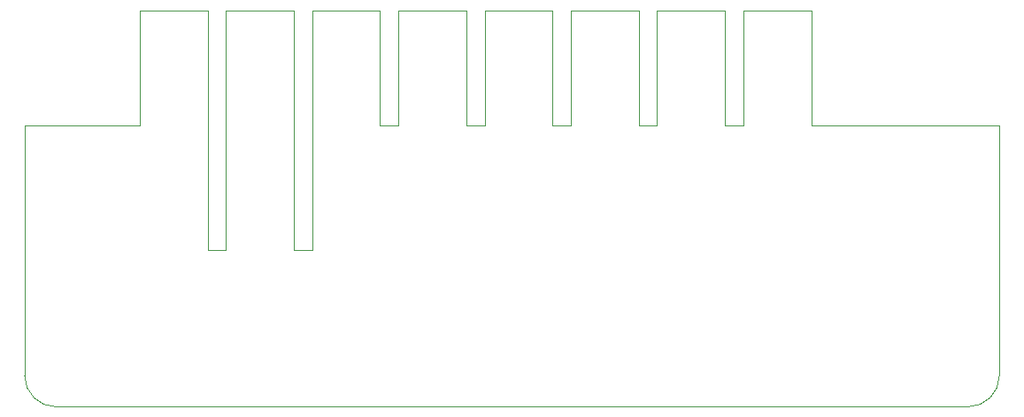
<source format=gbr>
G04 #@! TF.GenerationSoftware,KiCad,Pcbnew,(5.1.4-0-10_14)*
G04 #@! TF.CreationDate,2020-01-17T15:41:54-05:00*
G04 #@! TF.ProjectId,rt65b-breakout,72743635-622d-4627-9265-616b6f75742e,rev?*
G04 #@! TF.SameCoordinates,Original*
G04 #@! TF.FileFunction,Profile,NP*
%FSLAX46Y46*%
G04 Gerber Fmt 4.6, Leading zero omitted, Abs format (unit mm)*
G04 Created by KiCad (PCBNEW (5.1.4-0-10_14)) date 2020-01-17 15:41:54*
%MOMM*%
%LPD*%
G04 APERTURE LIST*
%ADD10C,0.050000*%
G04 APERTURE END LIST*
D10*
X102000000Y-79000000D02*
G75*
G02X99000000Y-76000000I0J3000000D01*
G01*
X192250000Y-76000000D02*
G75*
G02X189250000Y-79000000I-3000000J0D01*
G01*
X116500000Y-64000000D02*
X116500000Y-52000000D01*
X118250000Y-64000000D02*
X116500000Y-64000000D01*
X118250000Y-52000000D02*
X118250000Y-64000000D01*
X126500000Y-64000000D02*
X126500000Y-52000000D01*
X124750000Y-64000000D02*
X126500000Y-64000000D01*
X124750000Y-52000000D02*
X124750000Y-64000000D01*
X102000000Y-79000000D02*
X189250000Y-79000000D01*
X192250000Y-52000000D02*
X192250000Y-76000000D01*
X174250000Y-52000000D02*
X192250000Y-52000000D01*
X166000000Y-52000000D02*
X167750000Y-52000000D01*
X174250000Y-41000000D02*
X174250000Y-52000000D01*
X167750000Y-52000000D02*
X167750000Y-41000000D01*
X167750000Y-41000000D02*
X174250000Y-41000000D01*
X99000000Y-76000000D02*
X99000000Y-52000000D01*
X110000000Y-52000000D02*
X99000000Y-52000000D01*
X157750000Y-52000000D02*
X159500000Y-52000000D01*
X149500000Y-52000000D02*
X151250000Y-52000000D01*
X141250000Y-52000000D02*
X143000000Y-52000000D01*
X133000000Y-52000000D02*
X134750000Y-52000000D01*
X159500000Y-41000000D02*
X166000000Y-41000000D01*
X166000000Y-41000000D02*
X166000000Y-52000000D01*
X159500000Y-52000000D02*
X159500000Y-41000000D01*
X151250000Y-41000000D02*
X157750000Y-41000000D01*
X157750000Y-41000000D02*
X157750000Y-52000000D01*
X151250000Y-52000000D02*
X151250000Y-41000000D01*
X143000000Y-41000000D02*
X149500000Y-41000000D01*
X149500000Y-41000000D02*
X149500000Y-52000000D01*
X143000000Y-52000000D02*
X143000000Y-41000000D01*
X134750000Y-41000000D02*
X141250000Y-41000000D01*
X141250000Y-41000000D02*
X141250000Y-52000000D01*
X134750000Y-52000000D02*
X134750000Y-41000000D01*
X126500000Y-41000000D02*
X133000000Y-41000000D01*
X133000000Y-41000000D02*
X133000000Y-52000000D01*
X126500000Y-52000000D02*
X126500000Y-41000000D01*
X118250000Y-41000000D02*
X124750000Y-41000000D01*
X124750000Y-41000000D02*
X124750000Y-52000000D01*
X118250000Y-52000000D02*
X118250000Y-41000000D01*
X116500000Y-41000000D02*
X116500000Y-52000000D01*
X110000000Y-41000000D02*
X116500000Y-41000000D01*
X110000000Y-52000000D02*
X110000000Y-41000000D01*
M02*

</source>
